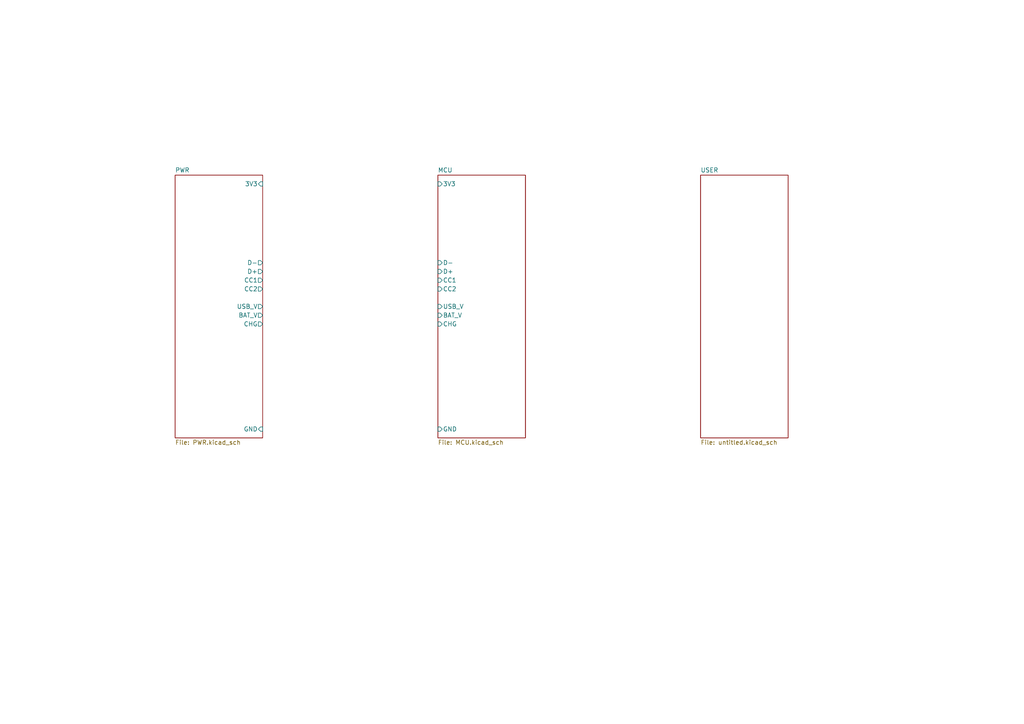
<source format=kicad_sch>
(kicad_sch
	(version 20231120)
	(generator "eeschema")
	(generator_version "8.0")
	(uuid "6ebcf0b3-5276-46f0-becd-e14b94d1414d")
	(paper "A4")
	(lib_symbols)
	(sheet
		(at 50.8 50.8)
		(size 25.4 76.2)
		(fields_autoplaced yes)
		(stroke
			(width 0.1524)
			(type solid)
		)
		(fill
			(color 0 0 0 0.0000)
		)
		(uuid "2a0aa613-51e5-4a2c-b523-c90d450ee43e")
		(property "Sheetname" "PWR"
			(at 50.8 50.0884 0)
			(effects
				(font
					(size 1.27 1.27)
				)
				(justify left bottom)
			)
		)
		(property "Sheetfile" "PWR.kicad_sch"
			(at 50.8 127.5846 0)
			(effects
				(font
					(size 1.27 1.27)
				)
				(justify left top)
			)
		)
		(pin "3V3" input
			(at 76.2 53.34 0)
			(effects
				(font
					(size 1.27 1.27)
				)
				(justify right)
			)
			(uuid "54ec1a6e-9174-4d7c-8183-09114be66700")
		)
		(pin "GND" input
			(at 76.2 124.46 0)
			(effects
				(font
					(size 1.27 1.27)
				)
				(justify right)
			)
			(uuid "8dcb2731-1957-4af3-a52a-7ec116c2d3df")
		)
		(pin "D-" output
			(at 76.2 76.2 0)
			(effects
				(font
					(size 1.27 1.27)
				)
				(justify right)
			)
			(uuid "37e82be7-66fd-4264-a542-412028ec9fdb")
		)
		(pin "D+" output
			(at 76.2 78.74 0)
			(effects
				(font
					(size 1.27 1.27)
				)
				(justify right)
			)
			(uuid "3635b550-ca6f-46f8-af9d-0c20e70b9725")
		)
		(pin "CC2" output
			(at 76.2 83.82 0)
			(effects
				(font
					(size 1.27 1.27)
				)
				(justify right)
			)
			(uuid "b113011d-1001-472e-b3b4-c2432bfb157f")
		)
		(pin "CC1" output
			(at 76.2 81.28 0)
			(effects
				(font
					(size 1.27 1.27)
				)
				(justify right)
			)
			(uuid "0d7d2fde-aa4e-4fdd-9394-cd9f97449dc8")
		)
		(pin "CHG" output
			(at 76.2 93.98 0)
			(effects
				(font
					(size 1.27 1.27)
				)
				(justify right)
			)
			(uuid "801bbbb6-3ca8-4c4d-9335-dac6f3b4a41c")
		)
		(pin "USB_V" output
			(at 76.2 88.9 0)
			(effects
				(font
					(size 1.27 1.27)
				)
				(justify right)
			)
			(uuid "96bcdee4-ea7d-4b67-be9e-8b53c5ab4354")
		)
		(pin "BAT_V" output
			(at 76.2 91.44 0)
			(effects
				(font
					(size 1.27 1.27)
				)
				(justify right)
			)
			(uuid "830e4aef-2a0c-46f5-bb7e-4480d9f1affd")
		)
		(instances
			(project "PY32F071R1BU6_EB"
				(path "/6ebcf0b3-5276-46f0-becd-e14b94d1414d"
					(page "2")
				)
			)
		)
	)
	(sheet
		(at 127 50.8)
		(size 25.4 76.2)
		(fields_autoplaced yes)
		(stroke
			(width 0.1524)
			(type solid)
		)
		(fill
			(color 0 0 0 0.0000)
		)
		(uuid "6f63720f-fd2e-4435-bf00-68f38bf09751")
		(property "Sheetname" "MCU"
			(at 127 50.0884 0)
			(effects
				(font
					(size 1.27 1.27)
				)
				(justify left bottom)
			)
		)
		(property "Sheetfile" "MCU.kicad_sch"
			(at 127 127.5846 0)
			(effects
				(font
					(size 1.27 1.27)
				)
				(justify left top)
			)
		)
		(pin "3V3" input
			(at 127 53.34 180)
			(effects
				(font
					(size 1.27 1.27)
				)
				(justify left)
			)
			(uuid "fcbede6b-3f75-4fcc-99ca-01dde53d6238")
		)
		(pin "D-" input
			(at 127 76.2 180)
			(effects
				(font
					(size 1.27 1.27)
				)
				(justify left)
			)
			(uuid "069a6974-d263-488f-9d14-8415dd09808a")
		)
		(pin "D+" input
			(at 127 78.74 180)
			(effects
				(font
					(size 1.27 1.27)
				)
				(justify left)
			)
			(uuid "90dcad4e-e24a-4ce7-952c-d05562065367")
		)
		(pin "USB_V" input
			(at 127 88.9 180)
			(effects
				(font
					(size 1.27 1.27)
				)
				(justify left)
			)
			(uuid "70bb3e1f-c3b7-4d9e-ab03-87ee14c88f56")
		)
		(pin "CC1" input
			(at 127 81.28 180)
			(effects
				(font
					(size 1.27 1.27)
				)
				(justify left)
			)
			(uuid "b8f40421-1d9f-40ad-a16a-101e69976018")
		)
		(pin "CHG" input
			(at 127 93.98 180)
			(effects
				(font
					(size 1.27 1.27)
				)
				(justify left)
			)
			(uuid "1f0bd14c-3283-4b17-83ee-61dcd0e92e1b")
		)
		(pin "CC2" input
			(at 127 83.82 180)
			(effects
				(font
					(size 1.27 1.27)
				)
				(justify left)
			)
			(uuid "f72e9390-3df4-4ddf-a841-c1e40c81f1d5")
		)
		(pin "BAT_V" input
			(at 127 91.44 180)
			(effects
				(font
					(size 1.27 1.27)
				)
				(justify left)
			)
			(uuid "38311d7c-8558-4b30-84b4-1a0c17d8c62c")
		)
		(pin "GND" input
			(at 127 124.46 180)
			(effects
				(font
					(size 1.27 1.27)
				)
				(justify left)
			)
			(uuid "5bdfe36e-a684-4a18-b391-c44f60e7dd95")
		)
		(instances
			(project "PY32F071R1BU6_EB"
				(path "/6ebcf0b3-5276-46f0-becd-e14b94d1414d"
					(page "3")
				)
			)
		)
	)
	(sheet
		(at 203.2 50.8)
		(size 25.4 76.2)
		(fields_autoplaced yes)
		(stroke
			(width 0.1524)
			(type solid)
		)
		(fill
			(color 0 0 0 0.0000)
		)
		(uuid "b90840b7-0b6b-4b5f-ba7e-91d5e664dc3e")
		(property "Sheetname" "USER"
			(at 203.2 50.0884 0)
			(effects
				(font
					(size 1.27 1.27)
				)
				(justify left bottom)
			)
		)
		(property "Sheetfile" "untitled.kicad_sch"
			(at 203.2 127.5846 0)
			(effects
				(font
					(size 1.27 1.27)
				)
				(justify left top)
			)
		)
		(instances
			(project "PY32F071R1BU6_EB"
				(path "/6ebcf0b3-5276-46f0-becd-e14b94d1414d"
					(page "4")
				)
			)
		)
	)
	(sheet_instances
		(path "/"
			(page "1")
		)
	)
)

</source>
